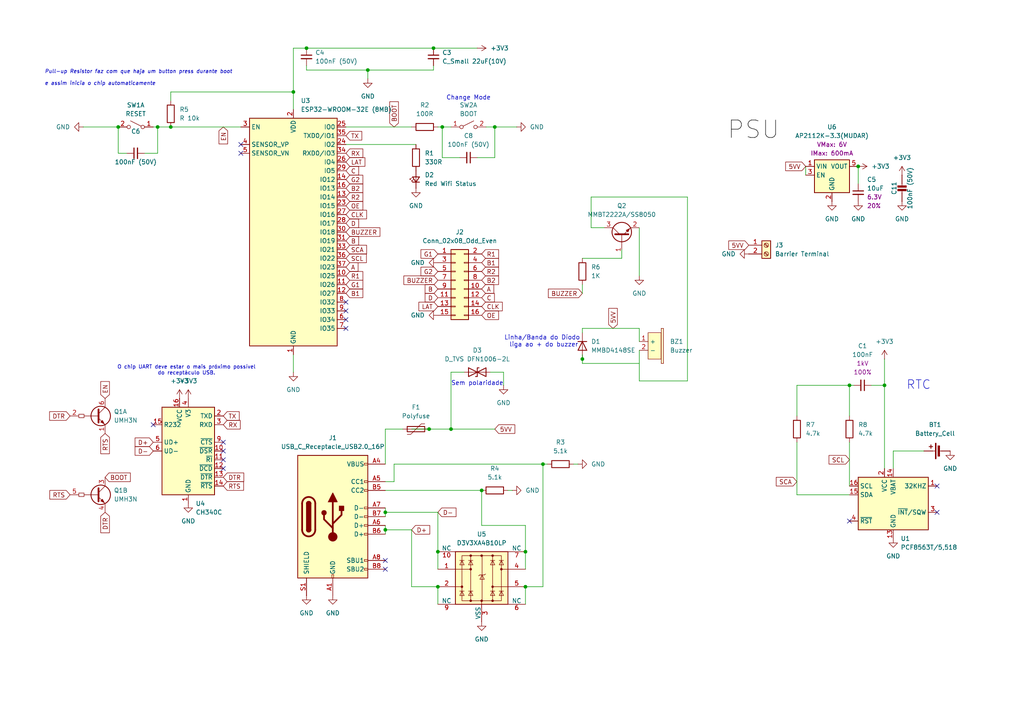
<source format=kicad_sch>
(kicad_sch (version 20250114) (generator "eeschema") (generator_version "9.0")
  (paper "A4")
  (lib_symbols
    (symbol "Adafruit MatrixPortal S3-eagle-import:CAP_CERAMIC0603_NO"
      (property "Reference" "C" (at -2.29 1.25 90))
      (symbol "CAP_CERAMIC0603_NO_1_0"
        (pin passive line (at 0 5.08 270) (length 2.54) (name "1") (number "1"))
        (pin passive line (at 0 -2.54 90) (length 2.54) (name "2") (number "2"))
      )
    )
    (symbol "Connector:USB_C_Receptacle_USB2.0_16P" (pin_names (offset 1.016))
      (property "Reference" "J" (at 0 22.225 0))
      (property "Value" "USB_C_Receptacle_USB2.0_16P" (at 0 19.685 0))
      (symbol "USB_C_Receptacle_USB2.0_16P_1_1"
        (pin passive line (at -7.62 -22.86 90) (length 5.08) (name "SHIELD") (number "S1"))
        (pin passive line (at 0 -22.86 90) (length 5.08) (name "GND") (number "A1"))
        (pin passive line (at 0 -22.86 90) (length 5.08) (hide yes) (name "GND") (number "A12"))
        (pin passive line (at 0 -22.86 90) (length 5.08) (hide yes) (name "GND") (number "B1"))
        (pin passive line (at 0 -22.86 90) (length 5.08) (hide yes) (name "GND") (number "B12"))
        (pin passive line (at 15.24 15.24 180) (length 5.08) (name "VBUS") (number "A4"))
        (pin passive line (at 15.24 15.24 180) (length 5.08) (hide yes) (name "VBUS") (number "A9"))
        (pin passive line (at 15.24 15.24 180) (length 5.08) (hide yes) (name "VBUS") (number "B4"))
        (pin passive line (at 15.24 15.24 180) (length 5.08) (hide yes) (name "VBUS") (number "B9"))
        (pin bidirectional line (at 15.24 10.16 180) (length 5.08) (name "CC1") (number "A5"))
        (pin bidirectional line (at 15.24 7.62 180) (length 5.08) (name "CC2") (number "B5"))
        (pin bidirectional line (at 15.24 2.54 180) (length 5.08) (name "D-") (number "A7"))
        (pin bidirectional line (at 15.24 0 180) (length 5.08) (name "D-") (number "B7"))
        (pin bidirectional line (at 15.24 -2.54 180) (length 5.08) (name "D+") (number "A6"))
        (pin bidirectional line (at 15.24 -5.08 180) (length 5.08) (name "D+") (number "B6"))
        (pin bidirectional line (at 15.24 -12.7 180) (length 5.08) (name "SBU1") (number "A8"))
        (pin bidirectional line (at 15.24 -15.24 180) (length 5.08) (name "SBU2") (number "B8"))
      )
    )
    (symbol "Connector_Generic:Conn_02x08_Odd_Even" (pin_names (offset 1.016) (hide yes))
      (property "Reference" "J" (at 1.27 10.16 0))
      (property "Value" "Conn_02x08_Odd_Even" (at 1.27 -12.7 0))
      (symbol "Conn_02x08_Odd_Even_1_1"
        (pin passive line (at -5.08 7.62 0) (length 3.81) (name "Pin_1") (number "1"))
        (pin passive line (at -5.08 5.08 0) (length 3.81) (name "Pin_3") (number "3"))
        (pin passive line (at -5.08 2.54 0) (length 3.81) (name "Pin_5") (number "5"))
        (pin passive line (at -5.08 0 0) (length 3.81) (name "Pin_7") (number "7"))
        (pin passive line (at -5.08 -2.54 0) (length 3.81) (name "Pin_9") (number "9"))
        (pin passive line (at -5.08 -5.08 0) (length 3.81) (name "Pin_11") (number "11"))
        (pin passive line (at -5.08 -7.62 0) (length 3.81) (name "Pin_13") (number "13"))
        (pin passive line (at -5.08 -10.16 0) (length 3.81) (name "Pin_15") (number "15"))
        (pin passive line (at 7.62 7.62 180) (length 3.81) (name "Pin_2") (number "2"))
        (pin passive line (at 7.62 5.08 180) (length 3.81) (name "Pin_4") (number "4"))
        (pin passive line (at 7.62 2.54 180) (length 3.81) (name "Pin_6") (number "6"))
        (pin passive line (at 7.62 0 180) (length 3.81) (name "Pin_8") (number "8"))
        (pin passive line (at 7.62 -2.54 180) (length 3.81) (name "Pin_10") (number "10"))
        (pin passive line (at 7.62 -5.08 180) (length 3.81) (name "Pin_12") (number "12"))
        (pin passive line (at 7.62 -7.62 180) (length 3.81) (name "Pin_14") (number "14"))
        (pin passive line (at 7.62 -10.16 180) (length 3.81) (name "Pin_16") (number "16"))
      )
    )
    (symbol "Device:Battery_Cell" (pin_numbers (hide yes)) (pin_names (offset 0) (hide yes))
      (property "Reference" "BT" (at 2.54 2.54 0))
      (property "Value" "Battery_Cell" (at 2.54 0 0))
      (symbol "Battery_Cell_1_1"
        (pin passive line (at 0 5.08 270) (length 2.54) (name "+") (number "1"))
        (pin passive line (at 0 -2.54 90) (length 2.54) (name "-") (number "2"))
      )
    )
    (symbol "Device:C_Small" (pin_numbers (hide yes)) (pin_names (offset 0.254) (hide yes))
      (property "Reference" "C" (at 0.254 1.778 0))
      (property "Value" "C_Small" (at 0.254 -2.032 0))
      (symbol "C_Small_1_1"
        (pin passive line (at 0 2.54 270) (length 2.032) (name "~") (number "1"))
        (pin passive line (at 0 -2.54 90) (length 2.032) (name "~") (number "2"))
      )
    )
    (symbol "Device:D_TVS" (pin_numbers (hide yes)) (pin_names (offset 1.016) (hide yes))
      (property "Reference" "D" (at 0 2.54 0))
      (property "Value" "D_TVS" (at 0 -2.54 0))
      (symbol "D_TVS_1_1"
        (pin passive line (at -3.81 0 0) (length 2.54) (name "A1") (number "1"))
        (pin passive line (at 3.81 0 180) (length 2.54) (name "A2") (number "2"))
      )
    )
    (symbol "Device:Polyfuse" (pin_numbers (hide yes)) (pin_names (offset 0))
      (property "Reference" "F" (at -2.54 0 90))
      (property "Value" "Polyfuse" (at 2.54 0 90))
      (symbol "Polyfuse_1_1"
        (pin passive line (at 0 3.81 270) (length 1.27) (name "~") (number "1"))
        (pin passive line (at 0 -3.81 90) (length 1.27) (name "~") (number "2"))
      )
    )
    (symbol "Device:R" (pin_numbers (hide yes)) (pin_names (offset 0))
      (property "Reference" "R" (at 2.032 0 90))
      (property "Value" "R" (at 0 0 90))
      (symbol "R_1_1"
        (pin passive line (at 0 3.81 270) (length 1.27) (name "~") (number "1"))
        (pin passive line (at 0 -3.81 90) (length 1.27) (name "~") (number "2"))
      )
    )
    (symbol "Diode:1N4148" (pin_numbers (hide yes)) (pin_names (hide yes))
      (property "Reference" "D" (at 0 2.54 0))
      (property "Value" "1N4148" (at 0 -2.54 0))
      (symbol "1N4148_1_1"
        (pin passive line (at -3.81 0 0) (length 2.54) (name "K") (number "1"))
        (pin passive line (at 3.81 0 180) (length 2.54) (name "A") (number "2"))
      )
    )
    (symbol "Interface_USB:CH340C"
      (property "Reference" "U" (at -5.08 13.97 0))
      (property "Value" "CH340C" (at 1.27 13.97 0))
      (symbol "CH340C_1_1"
        (pin input line (at -10.16 7.62 0) (length 2.54) (name "R232") (number "15"))
        (pin bidirectional line (at -10.16 2.54 0) (length 2.54) (name "UD+") (number "5"))
        (pin bidirectional line (at -10.16 0 0) (length 2.54) (name "UD-") (number "6"))
        (pin no_connect line (at -7.62 -5.08 0) (length 2.54) (hide yes) (name "NC") (number "7"))
        (pin no_connect line (at -7.62 -7.62 0) (length 2.54) (hide yes) (name "NC") (number "8"))
        (pin power_in line (at -2.54 15.24 270) (length 2.54) (name "VCC") (number "16"))
        (pin power_out line (at 0 15.24 270) (length 2.54) (name "V3") (number "4"))
        (pin power_in line (at 0 -15.24 90) (length 2.54) (name "GND") (number "1"))
        (pin output line (at 10.16 10.16 180) (length 2.54) (name "TXD") (number "2"))
        (pin input line (at 10.16 7.62 180) (length 2.54) (name "RXD") (number "3"))
        (pin input line (at 10.16 2.54 180) (length 2.54) (name "~{CTS}") (number "9"))
        (pin input line (at 10.16 0 180) (length 2.54) (name "~{DSR}") (number "10"))
        (pin input line (at 10.16 -2.54 180) (length 2.54) (name "~{RI}") (number "11"))
        (pin input line (at 10.16 -5.08 180) (length 2.54) (name "~{DCD}") (number "12"))
        (pin output line (at 10.16 -7.62 180) (length 2.54) (name "~{DTR}") (number "13"))
        (pin output line (at 10.16 -10.16 180) (length 2.54) (name "~{RTS}") (number "14"))
      )
    )
    (symbol "PCM_SparkFun-Capacitor:10uF_0402_6.3V_20%" (pin_numbers (hide yes)) (pin_names (offset 0.254))
      (property "Reference" "C" (at 0.635 2.54 0))
      (property "Value" "10uF" (at 0.635 -2.54 0))
      (property "Voltage" "6.3V" (at 0 -6.35 0))
      (property "Tolerance" "20%" (at 0 -8.89 0))
      (symbol "10uF_0402_6.3V_20%_1_1"
        (pin passive line (at 0 2.54 270) (length 2.032) (name "~") (number "1"))
        (pin passive line (at 0 -2.54 90) (length 2.032) (name "~") (number "2"))
      )
    )
    (symbol "PCM_SparkFun-Capacitor:C" (pin_numbers (hide yes)) (pin_names (offset 0.254))
      (property "Reference" "C" (at 0.635 2.54 0))
      (property "Value" "C" (at 0.635 -2.54 0))
      (property "Voltage" "1kV" (at 0 -6.35 0))
      (property "Tolerance" "100%" (at 0 -8.89 0))
      (symbol "C_1_1"
        (pin passive line (at 0 2.54 270) (length 2.032) (name "~") (number "1"))
        (pin passive line (at 0 -2.54 90) (length 2.032) (name "~") (number "2"))
      )
    )
    (symbol "PCM_SparkFun-Connector:Barrier_Terminal_9.5mm-2" (pin_names (offset 1.016) (hide yes))
      (property "Reference" "J" (at 0 3.81 0))
      (property "Value" "Barrier Terminal" (at 0 -3.81 0))
      (symbol "Barrier_Terminal_9.5mm-2_1_1"
        (pin passive line (at -5.08 1.27 0) (length 3.81) (name "Pin_1") (number "1"))
        (pin passive line (at -5.08 -1.27 0) (length 3.81) (name "Pin_2") (number "2"))
      )
    )
    (symbol "PCM_SparkFun-DiscreteSemi:Q_NPN_1A_40V" (pin_names (offset 0) (hide yes))
      (property "Reference" "Q" (at 5.08 1.27 0))
      (property "Value" "MMBT2222A" (at 5.08 -1.27 0))
      (symbol "Q_NPN_1A_40V_1_1"
        (pin input line (at -3.81 0 0) (length 0) (name "B") (number "1"))
        (pin passive line (at 2.54 5.08 270) (length 2.54) (name "C") (number "3"))
        (pin passive line (at 2.54 -5.08 90) (length 2.54) (name "E") (number "2"))
      )
    )
    (symbol "PCM_SparkFun-Electromechanical:Buzzer_9mm_SMD"
      (property "Reference" "BZ" (at 0 5.08 0))
      (property "Value" "Buzzer" (at 1.27 -6.35 0))
      (symbol "Buzzer_9mm_SMD_1_1"
        (pin input line (at -3.81 1.27 0) (length 2.54) (name "+") (number "1"))
        (pin input line (at -3.81 -1.27 0) (length 2.54) (name "-") (number "2"))
      )
    )
    (symbol "PCM_SparkFun-LED:LED_Red_0402" (pin_numbers (hide yes)) (pin_names (offset 1.016) (hide yes))
      (property "Reference" "D" (at 0 2.54 0))
      (property "Value" "Red" (at 0 -2.54 0))
      (symbol "LED_Red_0402_1_1"
        (pin passive line (at -2.54 0 0) (length 1.778) (name "K") (number "1"))
        (pin passive line (at 2.54 0 180) (length 1.778) (name "A") (number "2"))
      )
    )
    (symbol "PCM_SparkFun-Regulator:AP2112K-3.3"
      (property "Reference" "U3" (at 0 13.97 0))
      (property "Value" "AP2112K-3.3" (at 0 11.43 0))
      (property "VMax" "6V" (at 0 8.89 0) (show_name))
      (property "IMax" "600mA" (at 0 6.35 0) (show_name))
      (symbol "AP2112K-3.3_1_1"
        (pin power_in line (at -7.62 2.54 0) (length 2.54) (name "VIN") (number "1"))
        (pin input line (at -7.62 0 0) (length 2.54) (name "EN") (number "3"))
        (pin power_in line (at 0 -7.62 90) (length 2.54) (name "GND") (number "2"))
        (pin no_connect line (at 5.08 0 180) (length 2.54) (hide yes) (name "NC") (number "4"))
        (pin power_out line (at 7.62 2.54 180) (length 2.54) (name "VOUT") (number "5"))
      )
    )
    (symbol "Power_Protection:D3V3XA4B10LP" (pin_names (offset 0))
      (property "Reference" "U" (at -0.635 8.89 0))
      (property "Value" "D3V3XA4B10LP" (at 8.89 -10.16 0))
      (symbol "D3V3XA4B10LP_1_1"
        (pin free line (at -12.7 7.62 0) (length 5.08) (name "NC") (number "10"))
        (pin passive line (at -12.7 2.54 0) (length 5.08) (name "~") (number "1"))
        (pin passive line (at -12.7 -2.54 0) (length 5.08) (name "~") (number "2"))
        (pin free line (at -12.7 -7.62 0) (length 5.08) (name "NC") (number "9"))
        (pin power_in line (at 0 -12.7 90) (length 5.08) (name "VSS") (number "3"))
        (pin passive line (at 0 -12.7 90) (length 5.08) (hide yes) (name "VSS") (number "8"))
        (pin free line (at 12.7 7.62 180) (length 5.08) (name "NC") (number "7"))
        (pin passive line (at 12.7 2.54 180) (length 5.08) (name "~") (number "4"))
        (pin passive line (at 12.7 -2.54 180) (length 5.08) (name "~") (number "5"))
        (pin free line (at 12.7 -7.62 180) (length 5.08) (name "NC") (number "6"))
      )
    )
    (symbol "RF_Module:ESP32-WROOM-32E"
      (property "Reference" "U" (at -12.7 34.29 0))
      (property "Value" "ESP32-WROOM-32E" (at 1.27 34.29 0))
      (symbol "ESP32-WROOM-32E_1_1"
        (pin input line (at -15.24 30.48 0) (length 2.54) (name "EN") (number "3"))
        (pin input line (at -15.24 25.4 0) (length 2.54) (name "SENSOR_VP") (number "4"))
        (pin input line (at -15.24 22.86 0) (length 2.54) (name "SENSOR_VN") (number "5"))
        (pin no_connect line (at -12.7 0 0) (length 2.54) (hide yes) (name "NC") (number "21"))
        (pin no_connect line (at -12.7 -2.54 0) (length 2.54) (hide yes) (name "NC") (number "22"))
        (pin no_connect line (at -12.7 -5.08 0) (length 2.54) (hide yes) (name "NC") (number "17"))
        (pin no_connect line (at -12.7 -7.62 0) (length 2.54) (hide yes) (name "NC") (number "18"))
        (pin no_connect line (at -12.7 -10.16 0) (length 2.54) (hide yes) (name "NC") (number "20"))
        (pin no_connect line (at -12.7 -12.7 0) (length 2.54) (hide yes) (name "NC") (number "19"))
        (pin no_connect line (at -12.7 -27.94 0) (length 2.54) (hide yes) (name "NC") (number "32"))
        (pin power_in line (at 0 35.56 270) (length 2.54) (name "VDD") (number "2"))
        (pin power_in line (at 0 -35.56 90) (length 2.54) (name "GND") (number "1"))
        (pin passive line (at 0 -35.56 90) (length 2.54) (hide yes) (name "GND") (number "15"))
        (pin passive line (at 0 -35.56 90) (length 2.54) (hide yes) (name "GND") (number "38"))
        (pin passive line (at 0 -35.56 90) (length 2.54) (hide yes) (name "GND") (number "39"))
        (pin bidirectional line (at 15.24 30.48 180) (length 2.54) (name "IO0") (number "25"))
        (pin bidirectional line (at 15.24 27.94 180) (length 2.54) (name "TXD0/IO1") (number "35"))
        (pin bidirectional line (at 15.24 25.4 180) (length 2.54) (name "IO2") (number "24"))
        (pin bidirectional line (at 15.24 22.86 180) (length 2.54) (name "RXD0/IO3") (number "34"))
        (pin bidirectional line (at 15.24 20.32 180) (length 2.54) (name "IO4") (number "26"))
        (pin bidirectional line (at 15.24 17.78 180) (length 2.54) (name "IO5") (number "29"))
        (pin bidirectional line (at 15.24 15.24 180) (length 2.54) (name "IO12") (number "14"))
        (pin bidirectional line (at 15.24 12.7 180) (length 2.54) (name "IO13") (number "16"))
        (pin bidirectional line (at 15.24 10.16 180) (length 2.54) (name "IO14") (number "13"))
        (pin bidirectional line (at 15.24 7.62 180) (length 2.54) (name "IO15") (number "23"))
        (pin bidirectional line (at 15.24 5.08 180) (length 2.54) (name "IO16") (number "27"))
        (pin bidirectional line (at 15.24 2.54 180) (length 2.54) (name "IO17") (number "28"))
        (pin bidirectional line (at 15.24 0 180) (length 2.54) (name "IO18") (number "30"))
        (pin bidirectional line (at 15.24 -2.54 180) (length 2.54) (name "IO19") (number "31"))
        (pin bidirectional line (at 15.24 -5.08 180) (length 2.54) (name "IO21") (number "33"))
        (pin bidirectional line (at 15.24 -7.62 180) (length 2.54) (name "IO22") (number "36"))
        (pin bidirectional line (at 15.24 -10.16 180) (length 2.54) (name "IO23") (number "37"))
        (pin bidirectional line (at 15.24 -12.7 180) (length 2.54) (name "IO25") (number "10"))
        (pin bidirectional line (at 15.24 -15.24 180) (length 2.54) (name "IO26") (number "11"))
        (pin bidirectional line (at 15.24 -17.78 180) (length 2.54) (name "IO27") (number "12"))
        (pin bidirectional line (at 15.24 -20.32 180) (length 2.54) (name "IO32") (number "8"))
        (pin bidirectional line (at 15.24 -22.86 180) (length 2.54) (name "IO33") (number "9"))
        (pin input line (at 15.24 -25.4 180) (length 2.54) (name "IO34") (number "6"))
        (pin input line (at 15.24 -27.94 180) (length 2.54) (name "IO35") (number "7"))
      )
    )
    (symbol "Switch:SW_DPST_x2" (pin_names (offset 0) (hide yes))
      (property "Reference" "SW" (at 0 3.175 0))
      (property "Value" "SW_DPST_x2" (at 0 -2.54 0))
      (symbol "SW_DPST_x2_1_1"
        (pin passive line (at -5.08 0 0) (length 2.54) (name "A") (number "1"))
        (pin passive line (at 5.08 0 180) (length 2.54) (name "B") (number "2"))
      )
      (symbol "SW_DPST_x2_2_1"
        (pin passive line (at -5.08 0 0) (length 2.54) (name "A") (number "3"))
        (pin passive line (at 5.08 0 180) (length 2.54) (name "B") (number "4"))
      )
    )
    (symbol "Timer_RTC:DS3231M"
      (property "Reference" "U" (at -7.62 8.89 0))
      (property "Value" "DS3231M" (at 10.16 8.89 0))
      (symbol "DS3231M_1_1"
        (pin input line (at -12.7 5.08 0) (length 2.54) (name "SCL") (number "16"))
        (pin bidirectional line (at -12.7 2.54 0) (length 2.54) (name "SDA") (number "15"))
        (pin bidirectional line (at -12.7 -5.08 0) (length 2.54) (name "~{RST}") (number "4"))
        (pin power_in line (at -2.54 10.16 270) (length 2.54) (name "VCC") (number "2"))
        (pin power_in line (at 0 10.16 270) (length 2.54) (name "VBAT") (number "14"))
        (pin passive line (at 0 -10.16 90) (length 2.54) (hide yes) (name "GND") (number "10"))
        (pin passive line (at 0 -10.16 90) (length 2.54) (hide yes) (name "GND") (number "11"))
        (pin passive line (at 0 -10.16 90) (length 2.54) (hide yes) (name "GND") (number "12"))
        (pin power_in line (at 0 -10.16 90) (length 2.54) (name "GND") (number "13"))
        (pin passive line (at 0 -10.16 90) (length 2.54) (hide yes) (name "GND") (number "5"))
        (pin passive line (at 0 -10.16 90) (length 2.54) (hide yes) (name "GND") (number "6"))
        (pin passive line (at 0 -10.16 90) (length 2.54) (hide yes) (name "GND") (number "7"))
        (pin passive line (at 0 -10.16 90) (length 2.54) (hide yes) (name "GND") (number "8"))
        (pin passive line (at 0 -10.16 90) (length 2.54) (hide yes) (name "GND") (number "9"))
        (pin open_collector line (at 12.7 5.08 180) (length 2.54) (name "32KHZ") (number "1"))
        (pin open_collector line (at 12.7 -2.54 180) (length 2.54) (name "~{INT}/SQW") (number "3"))
      )
    )
    (symbol "Transistor_BJT:UMH3N" (pin_names (hide yes))
      (property "Reference" "Q" (at 7.62 1.27 0))
      (property "Value" "UMH3N" (at 7.62 -1.27 0))
      (symbol "UMH3N_1_1"
        (pin input line (at -8.89 0 0) (length 2.54) (name "B1") (number "2"))
        (pin passive line (at 1.27 5.08 270) (length 2.54) (name "C1") (number "6"))
        (pin passive line (at 1.27 -5.08 90) (length 2.54) (name "E1") (number "1"))
      )
      (symbol "UMH3N_2_1"
        (pin input line (at -8.89 0 0) (length 2.54) (name "B2") (number "5"))
        (pin passive line (at 1.27 5.08 270) (length 2.54) (name "C2") (number "3"))
        (pin passive line (at 1.27 -5.08 90) (length 2.54) (name "E2") (number "4"))
      )
    )
    (symbol "power:+3V3" (power) (pin_numbers (hide yes)) (pin_names (offset 0) (hide yes))
      (property "Value" "+3V3" (at 0 3.556 0))
      (symbol "+3V3_1_1"
        (pin power_in line (at 0 0 90) (length 0) (name "~") (number "1"))
      )
    )
    (symbol "power:GND" (power) (pin_numbers (hide yes)) (pin_names (offset 0) (hide yes))
      (property "Value" "GND" (at 0 -3.81 0))
      (symbol "GND_1_1"
        (pin power_in line (at 0 0 270) (length 0) (name "~") (number "1"))
      )
    )
  )
  (text "Sem polaridade" (at 138.43 111.252 0) (effects (font (size 1.27 1.27))))
  (text "RTC" (at 266.446 111.76 0) (effects (font (size 2.54 2.54))))
  (text "Linha/Banda do Díodo \nliga ao + do buzzer" (at 157.734 99.06 0) (effects (font (size 1.27 1.27))))
  (text "Change Mode" (at 135.89 28.448 0) (effects (font (size 1.27 1.27))))
  (text "Pull-up Resistor faz com que haja um button press durante boot \n\ne assim inicia o chip automaticamente" (at 12.954 22.606 0) (effects (font (size 1.0668 1.0668) (italic yes)) (justify left)))
  (text "O chip UART deve estar o mais próximo possível\ndo receptáculo USB." (at 54.102 107.442 0) (effects (font (size 1.0668 1.0668))))
  (junction (at 127 160.02))
  (junction (at 130.81 124.46))
  (junction (at 45.72 36.83))
  (junction (at 125.73 13.97))
  (junction (at 124.46 124.46))
  (junction (at 157.48 134.62))
  (junction (at 168.91 104.14))
  (junction (at 111.76 153.67))
  (junction (at 143.51 36.83))
  (junction (at 246.38 111.76))
  (junction (at 139.7 142.24))
  (junction (at 256.54 111.76))
  (junction (at 85.09 26.67))
  (junction (at 248.92 48.26))
  (junction (at 34.29 36.83))
  (junction (at 152.4 160.02))
  (junction (at 128.27 36.83))
  (junction (at 152.4 170.18))
  (junction (at 106.68 20.32))
  (junction (at 111.76 148.59))
  (junction (at 49.53 36.83))
  (junction (at 88.9 13.97))
  (junction (at 127 170.18))
  (no_connect (at 69.85 41.91))
  (no_connect (at 246.38 151.13))
  (no_connect (at 271.78 140.97))
  (no_connect (at 111.76 165.1))
  (no_connect (at 271.78 148.59))
  (no_connect (at 64.77 128.27))
  (no_connect (at 44.45 123.19))
  (no_connect (at 100.33 87.63))
  (no_connect (at 69.85 44.45))
  (no_connect (at 100.33 92.71))
  (no_connect (at 64.77 130.81))
  (no_connect (at 111.76 162.56))
  (no_connect (at 100.33 90.17))
  (no_connect (at 64.77 135.89))
  (no_connect (at 100.33 95.25))
  (no_connect (at 64.77 133.35))
  (wire (pts (xy 146.05 107.95) (xy 146.05 111.76)))
  (wire (pts (xy 85.09 13.97) (xy 85.09 26.67)))
  (wire (pts (xy 259.08 130.81) (xy 259.08 135.89)))
  (wire (pts (xy 114.3 139.7) (xy 111.76 139.7)))
  (wire (pts (xy 49.53 29.21) (xy 49.53 26.67)))
  (wire (pts (xy 100.33 36.83) (xy 119.38 36.83)))
  (wire (pts (xy 167.64 134.62) (xy 166.37 134.62)))
  (wire (pts (xy 111.76 148.59) (xy 111.76 149.86)))
  (wire (pts (xy 168.91 104.14) (xy 168.91 105.41)))
  (wire (pts (xy 88.9 13.97) (xy 125.73 13.97)))
  (wire (pts (xy 138.43 45.72) (xy 143.51 45.72)))
  (wire (pts (xy 24.13 36.83) (xy 34.29 36.83)))
  (wire (pts (xy 124.46 124.46) (xy 130.81 124.46)))
  (wire (pts (xy 45.72 44.45) (xy 41.91 44.45)))
  (wire (pts (xy 106.68 20.32) (xy 125.73 20.32)))
  (wire (pts (xy 246.38 120.65) (xy 246.38 111.76)))
  (wire (pts (xy 180.34 74.93) (xy 180.34 72.39)))
  (wire (pts (xy 199.39 110.49) (xy 185.42 110.49)))
  (wire (pts (xy 168.91 95.25) (xy 168.91 96.52)))
  (wire (pts (xy 100.33 41.91) (xy 120.65 41.91)))
  (wire (pts (xy 125.73 13.97) (xy 138.43 13.97)))
  (wire (pts (xy 185.42 101.6) (xy 185.42 110.49)))
  (wire (pts (xy 171.45 57.15) (xy 171.45 66.04)))
  (wire (pts (xy 168.91 105.41) (xy 185.42 105.41)))
  (wire (pts (xy 127 170.18) (xy 127 175.26)))
  (wire (pts (xy 152.4 170.18) (xy 152.4 175.26)))
  (wire (pts (xy 127 36.83) (xy 128.27 36.83)))
  (wire (pts (xy 231.14 143.51) (xy 231.14 128.27)))
  (wire (pts (xy 34.29 44.45) (xy 34.29 36.83)))
  (wire (pts (xy 45.72 36.83) (xy 44.45 36.83)))
  (wire (pts (xy 130.81 124.46) (xy 143.51 124.46)))
  (wire (pts (xy 231.14 111.76) (xy 246.38 111.76)))
  (wire (pts (xy 168.91 102.87) (xy 168.91 104.14)))
  (wire (pts (xy 267.97 130.81) (xy 259.08 130.81)))
  (wire (pts (xy 119.38 153.67) (xy 119.38 170.18)))
  (wire (pts (xy 256.54 104.14) (xy 256.54 111.76)))
  (wire (pts (xy 111.76 152.4) (xy 111.76 153.67)))
  (wire (pts (xy 130.81 107.95) (xy 134.62 107.95)))
  (wire (pts (xy 114.3 134.62) (xy 157.48 134.62)))
  (wire (pts (xy 157.48 134.62) (xy 157.48 170.18)))
  (wire (pts (xy 111.76 124.46) (xy 116.84 124.46)))
  (wire (pts (xy 111.76 142.24) (xy 139.7 142.24)))
  (wire (pts (xy 152.4 160.02) (xy 152.4 165.1)))
  (wire (pts (xy 168.91 95.25) (xy 185.42 95.25)))
  (wire (pts (xy 139.7 152.4) (xy 152.4 152.4)))
  (wire (pts (xy 133.35 45.72) (xy 128.27 45.72)))
  (wire (pts (xy 127 160.02) (xy 127 165.1)))
  (wire (pts (xy 125.73 20.32) (xy 125.73 19.05)))
  (wire (pts (xy 142.24 107.95) (xy 146.05 107.95)))
  (wire (pts (xy 246.38 128.27) (xy 246.38 140.97)))
  (wire (pts (xy 49.53 36.83) (xy 45.72 36.83)))
  (wire (pts (xy 45.72 36.83) (xy 45.72 44.45)))
  (wire (pts (xy 171.45 66.04) (xy 175.26 66.04)))
  (wire (pts (xy 111.76 153.67) (xy 111.76 154.94)))
  (wire (pts (xy 148.59 142.24) (xy 147.32 142.24)))
  (wire (pts (xy 231.14 120.65) (xy 231.14 111.76)))
  (wire (pts (xy 111.76 148.59) (xy 127 148.59)))
  (wire (pts (xy 130.81 124.46) (xy 130.81 107.95)))
  (wire (pts (xy 157.48 134.62) (xy 158.75 134.62)))
  (wire (pts (xy 88.9 20.32) (xy 106.68 20.32)))
  (wire (pts (xy 114.3 134.62) (xy 114.3 139.7)))
  (wire (pts (xy 88.9 20.32) (xy 88.9 19.05)))
  (wire (pts (xy 119.38 170.18) (xy 127 170.18)))
  (wire (pts (xy 152.4 152.4) (xy 152.4 160.02)))
  (wire (pts (xy 85.09 107.95) (xy 85.09 102.87)))
  (wire (pts (xy 149.86 36.83) (xy 143.51 36.83)))
  (wire (pts (xy 111.76 147.32) (xy 111.76 148.59)))
  (wire (pts (xy 36.83 44.45) (xy 34.29 44.45)))
  (wire (pts (xy 168.91 74.93) (xy 180.34 74.93)))
  (wire (pts (xy 49.53 26.67) (xy 85.09 26.67)))
  (wire (pts (xy 248.92 48.26) (xy 248.92 53.34)))
  (wire (pts (xy 85.09 26.67) (xy 85.09 31.75)))
  (wire (pts (xy 233.68 48.26) (xy 233.68 50.8)))
  (wire (pts (xy 111.76 153.67) (xy 119.38 153.67)))
  (wire (pts (xy 143.51 36.83) (xy 140.97 36.83)))
  (wire (pts (xy 246.38 111.76) (xy 247.65 111.76)))
  (wire (pts (xy 143.51 36.83) (xy 143.51 45.72)))
  (wire (pts (xy 185.42 80.01) (xy 185.42 66.04)))
  (wire (pts (xy 246.38 143.51) (xy 231.14 143.51)))
  (wire (pts (xy 199.39 57.15) (xy 171.45 57.15)))
  (wire (pts (xy 256.54 111.76) (xy 256.54 135.89)))
  (wire (pts (xy 128.27 36.83) (xy 130.81 36.83)))
  (wire (pts (xy 139.7 142.24) (xy 139.7 152.4)))
  (wire (pts (xy 152.4 170.18) (xy 157.48 170.18)))
  (wire (pts (xy 111.76 124.46) (xy 111.76 134.62)))
  (wire (pts (xy 106.68 22.86) (xy 106.68 20.32)))
  (wire (pts (xy 168.91 85.09) (xy 168.91 82.55)))
  (wire (pts (xy 124.46 124.46) (xy 119.38 124.46)))
  (wire (pts (xy 128.27 36.83) (xy 128.27 45.72)))
  (wire (pts (xy 85.09 13.97) (xy 88.9 13.97)))
  (wire (pts (xy 252.73 111.76) (xy 256.54 111.76)))
  (wire (pts (xy 199.39 57.15) (xy 199.39 110.49)))
  (wire (pts (xy 127 148.59) (xy 127 160.02)))
  (wire (pts (xy 49.53 36.83) (xy 69.85 36.83)))
  (wire (pts (xy 185.42 95.25) (xy 185.42 99.06)))
  (label "PSU" (at 210.82 41.91 0) (effects (font (size 5.08 5.08))))
  (global_label "5VV" (shape input) (at 143.51 124.46 0) (property "Intersheetrefs" "${INTERSHEET_REFS}" (effects (hide yes))))
  (global_label "DTR" (shape input) (at 20.32 120.65 180) (property "Intersheetrefs" "${INTERSHEET_REFS}" (effects (hide yes))))
  (global_label "D-" (shape input) (at 44.45 130.81 180) (property "Intersheetrefs" "${INTERSHEET_REFS}" (effects (hide yes))))
  (global_label "SCA" (shape input) (at 231.14 139.7 180) (property "Intersheetrefs" "${INTERSHEET_REFS}" (effects (hide yes))))
  (global_label "EN" (shape input) (at 64.77 36.83 270) (property "Intersheetrefs" "${INTERSHEET_REFS}" (effects (hide yes))))
  (global_label "BUZZER" (shape input) (at 100.33 67.31 0) (property "Intersheetrefs" "${INTERSHEET_REFS}" (effects (hide yes))))
  (global_label "5VV" (shape input) (at 217.17 71.12 180) (property "Intersheetrefs" "${INTERSHEET_REFS}" (effects (hide yes))))
  (global_label "D+" (shape input) (at 119.38 153.67 0) (property "Intersheetrefs" "${INTERSHEET_REFS}" (effects (hide yes))))
  (global_label "BOOT" (shape input) (at 30.48 138.43 0) (property "Intersheetrefs" "${INTERSHEET_REFS}" (effects (hide yes))))
  (global_label "G1" (shape input) (at 100.33 82.55 0) (property "Intersheetrefs" "${INTERSHEET_REFS}" (effects (hide yes))))
  (global_label "D+" (shape input) (at 44.45 128.27 180) (property "Intersheetrefs" "${INTERSHEET_REFS}" (effects (hide yes))))
  (global_label "D" (shape input) (at 100.33 64.77 0) (property "Intersheetrefs" "${INTERSHEET_REFS}" (effects (hide yes))))
  (global_label "R2" (shape input) (at 139.7 78.74 0) (property "Intersheetrefs" "${INTERSHEET_REFS}" (effects (hide yes))))
  (global_label "TX" (shape input) (at 64.77 120.65 0) (property "Intersheetrefs" "${INTERSHEET_REFS}" (effects (hide yes))))
  (global_label "BUZZER" (shape input) (at 127 81.28 180) (property "Intersheetrefs" "${INTERSHEET_REFS}" (effects (hide yes))))
  (global_label "DTR" (shape input) (at 30.48 148.59 270) (property "Intersheetrefs" "${INTERSHEET_REFS}" (effects (hide yes))))
  (global_label "R1" (shape input) (at 100.33 80.01 0) (property "Intersheetrefs" "${INTERSHEET_REFS}" (effects (hide yes))))
  (global_label "B1" (shape input) (at 100.33 85.09 0) (property "Intersheetrefs" "${INTERSHEET_REFS}" (effects (hide yes))))
  (global_label "R1" (shape input) (at 139.7 73.66 0) (property "Intersheetrefs" "${INTERSHEET_REFS}" (effects (hide yes))))
  (global_label "5VV" (shape input) (at 177.8 95.25 90) (property "Intersheetrefs" "${INTERSHEET_REFS}" (effects (hide yes))))
  (global_label "RTS" (shape input) (at 20.32 143.51 180) (property "Intersheetrefs" "${INTERSHEET_REFS}" (effects (hide yes))))
  (global_label "SCL" (shape input) (at 246.38 133.35 180) (property "Intersheetrefs" "${INTERSHEET_REFS}" (effects (hide yes))))
  (global_label "RTS" (shape input) (at 64.77 140.97 0) (property "Intersheetrefs" "${INTERSHEET_REFS}" (effects (hide yes))))
  (global_label "EN" (shape input) (at 30.48 115.57 90) (property "Intersheetrefs" "${INTERSHEET_REFS}" (effects (hide yes))))
  (global_label "CLK" (shape input) (at 139.7 88.9 0) (property "Intersheetrefs" "${INTERSHEET_REFS}" (effects (hide yes))))
  (global_label "RX" (shape input) (at 64.77 123.19 0) (property "Intersheetrefs" "${INTERSHEET_REFS}" (effects (hide yes))))
  (global_label "B2" (shape input) (at 100.33 54.61 0) (property "Intersheetrefs" "${INTERSHEET_REFS}" (effects (hide yes))))
  (global_label "D" (shape input) (at 127 86.36 180) (property "Intersheetrefs" "${INTERSHEET_REFS}" (effects (hide yes))))
  (global_label "A" (shape input) (at 139.7 83.82 0) (property "Intersheetrefs" "${INTERSHEET_REFS}" (effects (hide yes))))
  (global_label "C" (shape input) (at 139.7 86.36 0) (property "Intersheetrefs" "${INTERSHEET_REFS}" (effects (hide yes))))
  (global_label "TX" (shape input) (at 100.33 39.37 0) (property "Intersheetrefs" "${INTERSHEET_REFS}" (effects (hide yes))))
  (global_label "RTS" (shape input) (at 30.48 125.73 270) (property "Intersheetrefs" "${INTERSHEET_REFS}" (effects (hide yes))))
  (global_label "R2" (shape input) (at 100.33 57.15 0) (property "Intersheetrefs" "${INTERSHEET_REFS}" (effects (hide yes))))
  (global_label "G2" (shape input) (at 100.33 52.07 0) (property "Intersheetrefs" "${INTERSHEET_REFS}" (effects (hide yes))))
  (global_label "BUZZER" (shape input) (at 168.91 85.09 180) (property "Intersheetrefs" "${INTERSHEET_REFS}" (effects (hide yes))))
  (global_label "5VV" (shape input) (at 233.68 48.26 180) (property "Intersheetrefs" "${INTERSHEET_REFS}" (effects (hide yes))))
  (global_label "LAT" (shape input) (at 100.33 46.99 0) (property "Intersheetrefs" "${INTERSHEET_REFS}" (effects (hide yes))))
  (global_label "CLK" (shape input) (at 100.33 62.23 0) (property "Intersheetrefs" "${INTERSHEET_REFS}" (effects (hide yes))))
  (global_label "SCL" (shape input) (at 100.33 74.93 0) (property "Intersheetrefs" "${INTERSHEET_REFS}" (effects (hide yes))))
  (global_label "BOOT" (shape input) (at 114.3 36.83 90) (property "Intersheetrefs" "${INTERSHEET_REFS}" (effects (hide yes))))
  (global_label "G2" (shape input) (at 127 78.74 180) (property "Intersheetrefs" "${INTERSHEET_REFS}" (effects (hide yes))))
  (global_label "RX" (shape input) (at 100.33 44.45 0) (property "Intersheetrefs" "${INTERSHEET_REFS}" (effects (hide yes))))
  (global_label "D-" (shape input) (at 127 148.59 0) (property "Intersheetrefs" "${INTERSHEET_REFS}" (effects (hide yes))))
  (global_label "C" (shape input) (at 100.33 49.53 0) (property "Intersheetrefs" "${INTERSHEET_REFS}" (effects (hide yes))))
  (global_label "OE" (shape input) (at 139.7 91.44 0) (property "Intersheetrefs" "${INTERSHEET_REFS}" (effects (hide yes))))
  (global_label "A" (shape input) (at 100.33 77.47 0) (property "Intersheetrefs" "${INTERSHEET_REFS}" (effects (hide yes))))
  (global_label "B1" (shape input) (at 139.7 76.2 0) (property "Intersheetrefs" "${INTERSHEET_REFS}" (effects (hide yes))))
  (global_label "SCA" (shape input) (at 100.33 72.39 0) (property "Intersheetrefs" "${INTERSHEET_REFS}" (effects (hide yes))))
  (global_label "G1" (shape input) (at 127 73.66 180) (property "Intersheetrefs" "${INTERSHEET_REFS}" (effects (hide yes))))
  (global_label "DTR" (shape input) (at 64.77 138.43 0) (property "Intersheetrefs" "${INTERSHEET_REFS}" (effects (hide yes))))
  (global_label "OE" (shape input) (at 100.33 59.69 0) (property "Intersheetrefs" "${INTERSHEET_REFS}" (effects (hide yes))))
  (global_label "B" (shape input) (at 100.33 69.85 0) (property "Intersheetrefs" "${INTERSHEET_REFS}" (effects (hide yes))))
  (global_label "B2" (shape input) (at 139.7 81.28 0) (property "Intersheetrefs" "${INTERSHEET_REFS}" (effects (hide yes))))
  (global_label "LAT" (shape input) (at 127 88.9 180) (property "Intersheetrefs" "${INTERSHEET_REFS}" (effects (hide yes))))
  (global_label "B" (shape input) (at 127 83.82 180) (property "Intersheetrefs" "${INTERSHEET_REFS}" (effects (hide yes))))
  (symbol (lib_id "power:+3V3") (at 261.62 50.8 0) (unit 1) (in_bom no) (on_board no)
    (property "Reference" "#PWR030" (effects (hide yes)))
    (property "Value" "+3V3" (at 261.62 45.72 0))
    (property "Description" "Power symbol creates a global label with name \"+3V3\"" (effects (hide yes)))
  )
  (symbol (lib_id "Connector_Generic:Conn_02x08_Odd_Even") (at 132.08 81.28 0) (unit 1)
    (property "Reference" "J2" (at 133.35 67.31 0))
    (property "Value" "Conn_02x08_Odd_Even" (at 133.35 69.85 0))
    (property "Footprint" "Connector_PinHeader_2.54mm:PinHeader_2x08_P2.54mm_Vertical" (effects (hide yes)))
    (property "Description" "Generic connector, double row, 02x08, odd/even pin numbering scheme (row 1 odd numbers, row 2 even numbers), script generated (kicad-library-utils/schlib/autogen/connector/)" (effects (hide yes)))
    (property "LCSC" "C68234" (effects (hide yes)))
    (property "BASIC" "NA" (effects (hide yes)))
  )
  (symbol (lib_id "power:GND") (at 248.92 58.42 0) (unit 1)
    (property "Reference" "#PWR034" (effects (hide yes)))
    (property "Value" "GND" (at 248.92 63.5 0))
    (property "Description" "Power symbol creates a global label with name \"GND\" , ground" (effects (hide yes)))
  )
  (symbol (lib_id "Transistor_BJT:UMH3N") (at 29.21 143.51 0) (unit 2)
    (property "Reference" "Q1" (at 33.02 142.2399 0) (effects (justify left)))
    (property "Value" "UMH3N" (at 33.02 144.7799 0) (effects (justify left)))
    (property "Footprint" "Package_TO_SOT_SMD:SOT-363_SC-70-6" (effects (hide yes)))
    (property "Datasheet" "http://rohmfs.rohm.com/en/products/databook/datasheet/discrete/transistor/digital/emh3t2r-e.pdf" (effects (hide yes)))
    (property "Description" "0.1A Ic, 50V Vce, Dual NPN Input Resistor Transistors, SOT-363" (effects (hide yes)))
    (property "LCSC" "C62892" (effects (hide yes)))
    (property "BASIC" "NA" (effects (hide yes)))
  )
  (symbol (lib_id "power:GND") (at 148.59 142.24 90) (unit 1)
    (property "Reference" "#PWR018" (effects (hide yes)))
    (property "Value" "GND" (at 152.4 142.2399 90) (effects (justify right)))
    (property "Description" "Power symbol creates a global label with name \"GND\" , ground" (effects (hide yes)))
  )
  (symbol (lib_id "Power_Protection:D3V3XA4B10LP") (at 139.7 167.64 0) (unit 1)
    (property "Reference" "U5" (at 139.7 154.94 0))
    (property "Value" "D3V3XA4B10LP" (at 139.7 157.48 0))
    (property "Footprint" "Package_DFN_QFN:Diodes_UDFN-10_1.0x2.5mm_P0.5mm" (effects (hide yes)))
    (property "Datasheet" "https://www.diodes.com/assets/Datasheets/D3V3XA4B10LP.pdf" (effects (hide yes)))
    (property "Description" "4-Channel Low Capacitance TVS Diode Array, DFN-10" (effects (hide yes)))
    (property "LCSC" "C1980462" (effects (hide yes)))
    (property "BASIC" "NA" (effects (hide yes)))
  )
  (symbol (lib_id "power:GND") (at 167.64 134.62 90) (unit 1)
    (property "Reference" "#PWR017" (effects (hide yes)))
    (property "Value" "GND" (at 171.45 134.6199 90) (effects (justify right)))
    (property "Description" "Power symbol creates a global label with name \"GND\" , ground" (effects (hide yes)))
  )
  (symbol (lib_id "power:+3V3") (at 52.07 115.57 0) (unit 1)
    (property "Reference" "#PWR01" (effects (hide yes)))
    (property "Value" "+3V3" (at 52.07 110.49 0))
    (property "Description" "Power symbol creates a global label with name \"+3V3\"" (effects (hide yes)))
  )
  (symbol (lib_id "Device:D_TVS") (at 138.43 107.95 0) (unit 1)
    (property "Reference" "D3" (at 138.43 101.6 0))
    (property "Value" "D_TVS DFN1006-2L" (at 138.43 104.14 0))
    (property "Footprint" "Diode_SMD:D_SOD-123" (effects (hide yes)))
    (property "Description" "Bidirectional transient-voltage-suppression diode" (effects (hide yes)))
    (property "LCSC" "C20615788" (effects (hide yes)))
    (property "BASIC" "x" (effects (hide yes)))
  )
  (symbol (lib_id "PCM_SparkFun-Capacitor:10uF_0402_6.3V_20%") (at 248.92 55.88 0) (unit 1)
    (property "Reference" "C5" (at 251.46 52.0762 0) (effects (justify left)))
    (property "Value" "10uF" (at 251.46 54.6162 0) (effects (justify left)))
    (property "Footprint" "Capacitor_SMD:C_0603_1608Metric" (effects (hide yes)))
    (property "Datasheet" "https://cdn.sparkfun.com/assets/8/a/4/a/5/Kemet_Capacitor_Datasheet.pdf" (effects (hide yes)))
    (property "Description" "Unpolarized capacitor" (effects (hide yes)))
    (property "PROD_ID" "CAP-14848" (effects (hide yes)))
    (property "Voltage" "6.3V" (at 251.46 57.1562 0) (effects (justify left)))
    (property "Tolerance" "20%" (at 251.46 59.6962 0) (effects (justify left)))
    (property "LCSC" "C19702" (effects (hide yes)))
    (property "BASIC" "x" (effects (hide yes)))
  )
  (symbol (lib_id "PCM_SparkFun-Capacitor:C") (at 250.19 111.76 270) (unit 1)
    (property "Reference" "C1" (at 250.1836 100.33 90))
    (property "Value" "100nF" (at 250.1836 102.87 90))
    (property "Footprint" "Capacitor_SMD:C_0402_1005Metric" (effects (hide yes)))
    (property "Datasheet" "https://cdn.sparkfun.com/assets/8/a/4/a/5/Kemet_Capacitor_Datasheet.pdf" (effects (hide yes)))
    (property "Description" "Unpolarized capacitor" (effects (hide yes)))
    (property "PROD_ID" "CAP-00000" (effects (hide yes)))
    (property "Voltage" "1kV" (at 250.1836 105.41 90))
    (property "Tolerance" "100%" (at 250.1836 107.95 90))
    (property "LCSC" "C307331" (effects (hide yes)))
    (property "BASIC" "x" (effects (hide yes)))
  )
  (symbol (lib_id "power:GND") (at 88.9 172.72 0) (unit 1)
    (property "Reference" "#PWR020" (effects (hide yes)))
    (property "Value" "GND" (at 88.9 177.8 0))
    (property "Description" "Power symbol creates a global label with name \"GND\" , ground" (effects (hide yes)))
  )
  (symbol (lib_id "power:GND") (at 127 76.2 270) (unit 1)
    (property "Reference" "#PWR05" (effects (hide yes)))
    (property "Value" "GND" (at 123.19 76.1999 90) (effects (justify right)))
    (property "Description" "Power symbol creates a global label with name \"GND\" , ground" (effects (hide yes)))
  )
  (symbol (lib_id "Device:R") (at 231.14 124.46 0) (unit 1)
    (property "Reference" "R7" (at 233.68 123.1899 0) (effects (justify left)))
    (property "Value" "4.7k" (at 233.68 125.7299 0) (effects (justify left)))
    (property "Footprint" "Resistor_SMD:R_0402_1005Metric" (effects (hide yes)))
    (property "Description" "Resistor" (effects (hide yes)))
    (property "LCSC" "C25900" (effects (hide yes)))
    (property "BASIC" "x" (effects (hide yes)))
  )
  (symbol (lib_id "Timer_RTC:DS3231M") (at 259.08 146.05 0) (unit 1)
    (property "Reference" "U1" (at 261.2233 156.21 0) (effects (justify left)))
    (property "Value" "PCF8563T/5,518" (at 261.2233 158.75 0) (effects (justify left)))
    (property "Footprint" "Package_SO:SOIC-16W_7.5x10.3mm_P1.27mm" (effects (hide yes)))
    (property "Datasheet" "http://datasheets.maximintegrated.com/en/ds/DS3231.pdf" (effects (hide yes)))
    (property "Description" "Extremely Accurate I2C-Integrated RTC/TCXO/Crystal SOIC-16" (effects (hide yes)))
    (property "LCSC" "C7440" (effects (hide yes)))
    (property "BASIC" "x" (effects (hide yes)))
  )
  (symbol (lib_id "Device:R") (at 123.19 36.83 90) (unit 1)
    (property "Reference" "R2" (at 123.19 30.48 90))
    (property "Value" "100R" (at 123.19 33.02 90))
    (property "Footprint" "Resistor_SMD:R_0402_1005Metric" (effects (hide yes)))
    (property "Description" "Resistor" (effects (hide yes)))
    (property "LCSC" "C25076" (effects (hide yes)))
    (property "BASIC" "x" (effects (hide yes)))
  )
  (symbol (lib_id "power:GND") (at 85.09 107.95 0) (unit 1)
    (property "Reference" "#PWR026" (effects (hide yes)))
    (property "Value" "GND" (at 85.09 113.03 0))
    (property "Description" "Power symbol creates a global label with name \"GND\" , ground" (effects (hide yes)))
  )
  (symbol (lib_id "Device:Polyfuse") (at 120.65 124.46 90) (unit 1)
    (property "Reference" "F1" (at 120.65 118.11 90))
    (property "Value" "Polyfuse" (at 120.65 120.65 90))
    (property "Footprint" "Fuse:Fuse_1206_3216Metric" (effects (hide yes)))
    (property "Description" "Resettable fuse, polymeric positive temperature coefficient" (effects (hide yes)))
    (property "LCSC" "C106264" (effects (hide yes)))
    (property "BASIC" "NA" (effects (hide yes)))
  )
  (symbol (lib_id "power:GND") (at 261.62 58.42 0) (unit 1) (in_bom no) (on_board no)
    (property "Reference" "#PWR029" (effects (hide yes)))
    (property "Value" "GND" (at 261.62 63.5 0))
    (property "Description" "Power symbol creates a global label with name \"GND\" , ground" (effects (hide yes)))
  )
  (symbol (lib_id "Device:R") (at 143.51 142.24 90) (unit 1)
    (property "Reference" "R4" (at 143.51 135.89 90))
    (property "Value" "5.1k" (at 143.51 138.43 90))
    (property "Footprint" "Resistor_SMD:R_0402_1005Metric" (effects (hide yes)))
    (property "Description" "Resistor" (effects (hide yes)))
    (property "LCSC" "C25905" (effects (hide yes)))
    (property "BASIC" "x" (effects (hide yes)))
  )
  (symbol (lib_id "Diode:1N4148") (at 168.91 100.33 270) (unit 1)
    (property "Reference" "D1" (at 171.45 99.0599 90) (effects (justify left)))
    (property "Value" "MMBD4148SE" (at 171.45 101.5999 90) (effects (justify left)))
    (property "Footprint" "Diode_THT:D_DO-35_SOD27_P7.62mm_Horizontal" (effects (hide yes)))
    (property "Datasheet" "https://assets.nexperia.com/documents/data-sheet/1N4148_1N4448.pdf" (effects (hide yes)))
    (property "Description" "100V 0.15A standard switching diode, DO-35" (effects (hide yes)))
    (property "Sim.Device" "D" (effects (hide yes)))
    (property "Sim.Pins" "1=K 2=A" (effects (hide yes)))
    (property "LCSC" "C17179590" (effects (hide yes)))
    (property "BASIC" "x" (effects (hide yes)))
  )
  (symbol (lib_id "Device:R") (at 162.56 134.62 90) (unit 1)
    (property "Reference" "R3" (at 162.56 128.27 90))
    (property "Value" "5.1k" (at 162.56 130.81 90))
    (property "Footprint" "Resistor_SMD:R_0402_1005Metric" (effects (hide yes)))
    (property "Description" "Resistor" (effects (hide yes)))
    (property "LCSC" "C25905" (effects (hide yes)))
    (property "BASIC" "x" (effects (hide yes)))
  )
  (symbol (lib_id "PCM_SparkFun-LED:LED_Red_0402") (at 120.65 52.07 90) (unit 1)
    (property "Reference" "D2" (at 123.19 50.7364 90) (effects (justify right)))
    (property "Value" "Red Wifi Status" (at 123.19 53.2764 90) (effects (justify right)))
    (property "Footprint" "LED_SMD:LED_0603_1608Metric" (effects (hide yes)))
    (property "Datasheet" "https://www.sunledusa.com/products/spec/XZMDK68W-2.pdf" (effects (hide yes)))
    (property "Description" "Light emitting diode" (effects (hide yes)))
    (property "PROD_ID" "DIO-16757" (effects (hide yes)))
    (property "LCSC" "C2286" (effects (hide yes)))
    (property "BASIC" "x" (effects (hide yes)))
  )
  (symbol (lib_id "Device:Battery_Cell") (at 273.05 130.81 90) (unit 1)
    (property "Reference" "BT1" (at 271.2085 123.19 90))
    (property "Value" "Battery_Cell" (at 271.2085 125.73 90))
    (property "Footprint" "Battery:BatteryHolder_Keystone_3034_1x20mm" (effects (hide yes)))
    (property "Description" "Single-cell battery" (effects (hide yes)))
    (property "LCSC" "C70377" (effects (hide yes)))
    (property "BASIC" "NA" (effects (hide yes)))
  )
  (symbol (lib_id "Transistor_BJT:UMH3N") (at 29.21 120.65 0) (unit 1)
    (property "Reference" "Q1" (at 33.02 119.3799 0) (effects (justify left)))
    (property "Value" "UMH3N" (at 33.02 121.9199 0) (effects (justify left)))
    (property "Footprint" "Package_TO_SOT_SMD:SOT-363_SC-70-6" (effects (hide yes)))
    (property "Datasheet" "http://rohmfs.rohm.com/en/products/databook/datasheet/discrete/transistor/digital/emh3t2r-e.pdf" (effects (hide yes)))
    (property "Description" "0.1A Ic, 50V Vce, Dual NPN Input Resistor Transistors, SOT-363" (effects (hide yes)))
    (property "LCSC" "C62892" (effects (hide yes)))
    (property "BASIC" "NA" (effects (hide yes)))
  )
  (symbol (lib_id "Adafruit MatrixPortal S3-eagle-import:CAP_CERAMIC0603_NO") (at 261.62 53.34 0) (mirror x) (unit 1) (in_bom no) (on_board no)
    (property "Reference" "C11" (at 259.33 54.59 90))
    (property "Value" "100nF (50V)" (at 263.92 54.59 90))
    (property "Footprint" "Capacitor_SMD:C_0402_1005Metric" (effects (hide yes)))
    (property "LCSC" "C307331" (effects (hide yes)))
    (property "BASIC" "x" (effects (hide yes)))
  )
  (symbol (lib_id "power:GND") (at 120.65 54.61 0) (unit 1)
    (property "Reference" "#PWR016" (effects (hide yes)))
    (property "Value" "GND" (at 120.65 59.69 0))
    (property "Description" "Power symbol creates a global label with name \"GND\" , ground" (effects (hide yes)))
  )
  (symbol (lib_id "Connector:USB_C_Receptacle_USB2.0_16P") (at 96.52 149.86 0) (unit 1)
    (property "Reference" "J1" (at 96.52 127 0))
    (property "Value" "USB_C_Receptacle_USB2.0_16P" (at 96.52 129.54 0))
    (property "Footprint" "Connector_USB:USB_C_Receptacle_GCT_USB4105-xx-A_16P_TopMnt_Horizontal" (effects (hide yes)))
    (property "Datasheet" "https://www.usb.org/sites/default/files/documents/usb_type-c.zip" (effects (hide yes)))
    (property "Description" "USB 2.0-only 16P Type-C Receptacle connector" (effects (hide yes)))
    (property "LCSC" "C3020560" (effects (hide yes)))
    (property "BASIC" "NA" (effects (hide yes)))
  )
  (symbol (lib_id "power:GND") (at 275.59 130.81 0) (unit 1)
    (property "Reference" "#PWR022" (effects (hide yes)))
    (property "Value" "GND" (at 275.59 135.89 0))
    (property "Description" "Power symbol creates a global label with name \"GND\" , ground" (effects (hide yes)))
  )
  (symbol (lib_id "power:+3V3") (at 138.43 13.97 270) (unit 1)
    (property "Reference" "#PWR025" (effects (hide yes)))
    (property "Value" "+3V3" (at 142.24 13.9699 90) (effects (justify left)))
    (property "Description" "Power symbol creates a global label with name \"+3V3\"" (effects (hide yes)))
  )
  (symbol (lib_id "power:+3V3") (at 54.61 115.57 0) (unit 1)
    (property "Reference" "#PWR02" (effects (hide yes)))
    (property "Value" "+3V3" (at 54.61 110.49 0))
    (property "Description" "Power symbol creates a global label with name \"+3V3\"" (effects (hide yes)))
  )
  (symbol (lib_id "power:GND") (at 185.42 80.01 0) (unit 1)
    (property "Reference" "#PWR07" (effects (hide yes)))
    (property "Value" "GND" (at 185.42 85.09 0))
    (property "Description" "Power symbol creates a global label with name \"GND\" , ground" (effects (hide yes)))
  )
  (symbol (lib_id "power:+3V3") (at 248.92 48.26 270) (unit 1)
    (property "Reference" "#PWR033" (effects (hide yes)))
    (property "Value" "+3V3" (at 252.73 48.2599 90) (effects (justify left)))
    (property "Description" "Power symbol creates a global label with name \"+3V3\"" (effects (hide yes)))
  )
  (symbol (lib_id "power:GND") (at 259.08 156.21 0) (unit 1)
    (property "Reference" "#PWR024" (effects (hide yes)))
    (property "Value" "GND" (at 259.08 161.29 0))
    (property "Description" "Power symbol creates a global label with name \"GND\" , ground" (effects (hide yes)))
  )
  (symbol (lib_id "power:GND") (at 106.68 22.86 0) (unit 1)
    (property "Reference" "#PWR010" (effects (hide yes)))
    (property "Value" "GND" (at 106.68 27.94 0))
    (property "Description" "Power symbol creates a global label with name \"GND\" , ground" (effects (hide yes)))
  )
  (symbol (lib_id "PCM_SparkFun-Regulator:AP2112K-3.3") (at 241.3 50.8 0) (unit 1)
    (property "Reference" "U6" (at 241.3 36.83 0))
    (property "Value" "AP2112K-3.3(MUDAR)" (at 241.3 39.37 0))
    (property "Footprint" "PCM_SparkFun-Semiconductor-Standard:SOT23-5" (effects (hide yes)))
    (property "Datasheet" "https://www.diodes.com/assets/Datasheets/AP2112.pdf" (effects (hide yes)))
    (property "Description" "600mA low dropout linear regulator, with enable pin, 3.8V-6V input voltage range, 3.3V fixed positive output, SOT-23-5" (effects (hide yes)))
    (property "PROD_ID" "VREG-12457" (effects (hide yes)))
    (property "VMax" "6V" (at 241.3 41.91 0) (show_name yes))
    (property "IMax" "600mA" (at 241.3 44.45 0) (show_name yes))
    (property "Iq" "55µA" (effects (hide yes)))
    (property "LCSC" "C82942" (effects (hide yes)))
    (property "BASIC" "TODO" (effects (hide yes)))
  )
  (symbol (lib_id "power:GND") (at 54.61 146.05 0) (unit 1)
    (property "Reference" "#PWR023" (effects (hide yes)))
    (property "Value" "GND" (at 54.61 151.13 0))
    (property "Description" "Power symbol creates a global label with name \"GND\" , ground" (effects (hide yes)))
  )
  (symbol (lib_id "PCM_SparkFun-Electromechanical:Buzzer_9mm_SMD") (at 189.23 100.33 0) (unit 1)
    (property "Reference" "BZ1" (at 194.31 99.0599 0) (effects (justify left)))
    (property "Value" "Buzzer" (at 194.31 101.5999 0) (effects (justify left)))
    (property "Footprint" "Buzzer_Beeper:Buzzer_14x9.5RM7.6" (effects (hide yes)))
    (property "Datasheet" "https://cdn.sparkfun.com/datasheets/Components/General/CCV-084B16-CUI-datasheet-29139.pdf" (effects (hide yes)))
    (property "Description" "9mm SMD Audio Buzzer" (effects (hide yes)))
    (property "PROD_ID" "COMP-08568" (effects (hide yes)))
    (property "LCSC" "C252948" (effects (hide yes)))
    (property "BASIC" "NA" (effects (hide yes)))
  )
  (symbol (lib_id "power:+3V3") (at 256.54 104.14 0) (unit 1)
    (property "Reference" "#PWR027" (effects (hide yes)))
    (property "Value" "+3V3" (at 256.54 99.06 0))
    (property "Description" "Power symbol creates a global label with name \"+3V3\"" (effects (hide yes)))
  )
  (symbol (lib_id "Device:R") (at 120.65 45.72 180) (unit 1)
    (property "Reference" "R1" (at 123.19 44.4499 0) (effects (justify right)))
    (property "Value" "330R" (at 123.19 46.9899 0) (effects (justify right)))
    (property "Footprint" "Resistor_SMD:R_0402_1005Metric" (effects (hide yes)))
    (property "Description" "Resistor" (effects (hide yes)))
    (property "LCSC" "C25104" (effects (hide yes)))
    (property "BASIC" "x" (effects (hide yes)))
  )
  (symbol (lib_id "Device:R") (at 168.91 78.74 0) (unit 1)
    (property "Reference" "R6" (at 171.45 77.4699 0) (effects (justify left)))
    (property "Value" "1K" (at 171.45 80.0099 0) (effects (justify left)))
    (property "Footprint" "Resistor_SMD:R_1206_3216Metric" (effects (hide yes)))
    (property "Description" "Resistor" (effects (hide yes)))
    (property "LCSC" "C4410" (effects (hide yes)))
    (property "BASIC" "x" (effects (hide yes)))
  )
  (symbol (lib_id "Device:R") (at 49.53 33.02 0) (unit 1)
    (property "Reference" "R5" (at 52.07 31.7499 0) (effects (justify left)))
    (property "Value" "R 10k" (at 52.07 34.2899 0) (effects (justify left)))
    (property "Footprint" "Resistor_SMD:R_0402_1005Metric" (effects (hide yes)))
    (property "Description" "Resistor" (effects (hide yes)))
    (property "LCSC" "C25744" (effects (hide yes)))
    (property "BASIC" "x" (effects (hide yes)))
  )
  (symbol (lib_id "RF_Module:ESP32-WROOM-32E") (at 85.09 67.31 0) (unit 1)
    (property "Reference" "U3" (at 87.2333 29.21 0) (effects (justify left)))
    (property "Value" "ESP32-WROOM-32E (8MB)" (at 87.2333 31.75 0) (effects (justify left)))
    (property "Footprint" "PCM_Espressif:ESP32-WROOM-32E" (effects (hide yes)))
    (property "Datasheet" "https://www.espressif.com/sites/default/files/documentation/esp32-wroom-32e_esp32-wroom-32ue_datasheet_en.pdf" (effects (hide yes)))
    (property "Description" "RF Module, ESP32-D0WD-V3 SoC, without PSRAM, Wi-Fi 802.11b/g/n, Bluetooth, BLE, 32-bit, 2.7-3.6V, onboard antenna, SMD" (effects (hide yes)))
    (property "LCSC" "C701342" (effects (hide yes)))
    (property "BASIC" "NA" (effects (hide yes)))
  )
  (symbol (lib_id "power:GND") (at 96.52 172.72 0) (unit 1)
    (property "Reference" "#PWR019" (effects (hide yes)))
    (property "Value" "GND" (at 96.52 177.8 0))
    (property "Description" "Power symbol creates a global label with name \"GND\" , ground" (effects (hide yes)))
  )
  (symbol (lib_id "power:GND") (at 127 91.44 270) (unit 1)
    (property "Reference" "#PWR03" (effects (hide yes)))
    (property "Value" "GND" (at 123.19 91.4399 90) (effects (justify right)))
    (property "Description" "Power symbol creates a global label with name \"GND\" , ground" (effects (hide yes)))
  )
  (symbol (lib_id "power:GND") (at 139.7 180.34 0) (unit 1)
    (property "Reference" "#PWR011" (effects (hide yes)))
    (property "Value" "GND" (at 139.7 185.42 0))
    (property "Description" "Power symbol creates a global label with name \"GND\" , ground" (effects (hide yes)))
  )
  (symbol (lib_id "Device:C_Small") (at 39.37 44.45 90) (mirror x) (unit 1)
    (property "Reference" "C6" (at 39.3763 38.1 90))
    (property "Value" "100nF (50V)" (at 39.37 46.99 90))
    (property "Footprint" "Capacitor_SMD:C_0402_1005Metric" (effects (hide yes)))
    (property "Description" "Unpolarized capacitor, small symbol" (effects (hide yes)))
    (property "LCSC" "C307331" (effects (hide yes)))
    (property "BASIC" "x" (effects (hide yes)))
  )
  (symbol (lib_id "power:GND") (at 146.05 111.76 0) (unit 1)
    (property "Reference" "#PWR04" (effects (hide yes)))
    (property "Value" "GND" (at 146.05 116.84 0))
    (property "Description" "Power symbol creates a global label with name \"GND\" , ground" (effects (hide yes)))
  )
  (symbol (lib_id "Device:C_Small") (at 135.89 45.72 270) (unit 1)
    (property "Reference" "C8" (at 135.8836 39.37 90))
    (property "Value" "100nF (50V)" (at 135.8836 41.91 90))
    (property "Footprint" "Capacitor_SMD:C_0402_1005Metric" (effects (hide yes)))
    (property "Description" "Unpolarized capacitor, small symbol" (effects (hide yes)))
    (property "LCSC" "C307331" (effects (hide yes)))
    (property "BASIC" "x" (effects (hide yes)))
  )
  (symbol (lib_id "Device:C_Small") (at 125.73 16.51 0) (unit 1)
    (property "Reference" "C3" (at 128.27 15.2462 0) (effects (justify left)))
    (property "Value" "C_Small 22uF(10V)" (at 128.27 17.7862 0) (effects (justify left)))
    (property "Footprint" "Capacitor_SMD:C_1206_3216Metric" (effects (hide yes)))
    (property "Description" "Unpolarized capacitor, small symbol" (effects (hide yes)))
    (property "LCSC" "C12891" (effects (hide yes)))
    (property "BASIC" "x" (effects (hide yes)))
  )
  (symbol (lib_id "PCM_SparkFun-Connector:Barrier_Terminal_9.5mm-2") (at 222.25 72.39 0) (unit 1)
    (property "Reference" "J3" (at 224.79 71.1199 0) (effects (justify left)))
    (property "Value" "Barrier Terminal" (at 224.79 73.6599 0) (effects (justify left)))
    (property "Footprint" "TerminalBlock_Phoenix:TerminalBlock_Phoenix_MKDS-3-2-5.08_1x02_P5.08mm_Horizontal" (effects (hide yes)))
    (property "Datasheet" "https://mm.digikey.com/Volume0/opasdata/d220001/medias/docus/2582/YK-441%20Series.pdf" (effects (hide yes)))
    (property "Description" "Barrier Block 2 position 9.5mm" (effects (hide yes)))
    (property "LCSC" "C474881" (effects (hide yes)))
    (property "BASIC" "NA" (effects (hide yes)))
  )
  (symbol (lib_id "Device:R") (at 246.38 124.46 0) (unit 1)
    (property "Reference" "R8" (at 248.92 123.1899 0) (effects (justify left)))
    (property "Value" "4.7k" (at 248.92 125.7299 0) (effects (justify left)))
    (property "Footprint" "Resistor_SMD:R_0402_1005Metric" (effects (hide yes)))
    (property "Description" "Resistor" (effects (hide yes)))
    (property "LCSC" "C25900" (effects (hide yes)))
    (property "BASIC" "x" (effects (hide yes)))
  )
  (symbol (lib_id "Switch:SW_DPST_x2") (at 135.89 36.83 0) (unit 1)
    (property "Reference" "SW2" (at 135.89 30.48 0))
    (property "Value" "BOOT" (at 135.89 33.02 0))
    (property "Footprint" "Button_Switch_SMD:SW_SPST_TS-1088-xR025" (effects (hide yes)))
    (property "Description" "Single Pole Single Throw (SPST) switch, separate symbol" (effects (hide yes)))
    (property "LCSC" "C720477" (effects (hide yes)))
    (property "BASIC" "x" (effects (hide yes)))
  )
  (symbol (lib_id "power:GND") (at 24.13 36.83 270) (mirror x) (unit 1)
    (property "Reference" "#PWR014" (effects (hide yes)))
    (property "Value" "GND" (at 20.32 36.8299 90) (effects (justify right)))
    (property "Description" "Power symbol creates a global label with name \"GND\" , ground" (effects (hide yes)))
  )
  (symbol (lib_id "power:GND") (at 149.86 36.83 90) (unit 1)
    (property "Reference" "#PWR015" (effects (hide yes)))
    (property "Value" "GND" (at 153.67 36.8299 90) (effects (justify right)))
    (property "Description" "Power symbol creates a global label with name \"GND\" , ground" (effects (hide yes)))
  )
  (symbol (lib_id "Switch:SW_DPST_x2") (at 39.37 36.83 0) (mirror y) (unit 1)
    (property "Reference" "SW1" (at 39.37 30.48 0))
    (property "Value" "RESET" (at 39.37 33.02 0))
    (property "Footprint" "Button_Switch_SMD:SW_SPST_TS-1088-xR025" (effects (hide yes)))
    (property "Description" "Single Pole Single Throw (SPST) switch, separate symbol" (effects (hide yes)))
    (property "LCSC" "C720477" (effects (hide yes)))
    (property "BASIC" "x" (effects (hide yes)))
  )
  (symbol (lib_id "power:GND") (at 241.3 58.42 0) (unit 1)
    (property "Reference" "#PWR013" (effects (hide yes)))
    (property "Value" "GND" (at 241.3 63.5 0))
    (property "Description" "Power symbol creates a global label with name \"GND\" , ground" (effects (hide yes)))
  )
  (symbol (lib_id "Interface_USB:CH340C") (at 54.61 130.81 0) (unit 1)
    (property "Reference" "U4" (at 56.7533 146.05 0) (effects (justify left)))
    (property "Value" "CH340C" (at 56.7533 148.59 0) (effects (justify left)))
    (property "Footprint" "Package_SO:SOIC-16_3.9x9.9mm_P1.27mm" (effects (hide yes)))
    (property "Datasheet" "https://datasheet.lcsc.com/szlcsc/Jiangsu-Qin-Heng-CH340C_C84681.pdf" (effects (hide yes)))
    (property "Description" "USB serial converter, crystal-less, UART, SOIC-16" (effects (hide yes)))
    (property "LCSC" "C84681" (effects (hide yes)))
    (property "BASIC" "NA" (effects (hide yes)))
  )
  (symbol (lib_id "power:GND") (at 217.17 73.66 270) (unit 1)
    (property "Reference" "#PWR06" (effects (hide yes)))
    (property "Value" "GND" (at 213.36 73.6599 90) (effects (justify right)))
    (property "Description" "Power symbol creates a global label with name \"GND\" , ground" (effects (hide yes)))
  )
  (symbol (lib_id "Device:C_Small") (at 88.9 16.51 0) (unit 1)
    (property "Reference" "C4" (at 91.44 15.2462 0) (effects (justify left)))
    (property "Value" "100nF (50V)" (at 91.44 17.7862 0) (effects (justify left)))
    (property "Footprint" "Capacitor_SMD:C_0402_1005Metric" (effects (hide yes)))
    (property "Description" "Unpolarized capacitor, small symbol" (effects (hide yes)))
    (property "LCSC" "C307331" (effects (hide yes)))
    (property "BASIC" "x" (effects (hide yes)))
  )
  (symbol (lib_id "PCM_SparkFun-DiscreteSemi:Q_NPN_1A_40V") (at 180.34 68.58 90) (unit 1)
    (property "Reference" "Q2" (at 180.34 59.69 90))
    (property "Value" "MMBT2222A/SS8050" (at 180.34 62.23 90))
    (property "Footprint" "PCM_SparkFun-Semiconductor-Standard:SOT23-3" (effects (hide yes)))
    (property "Datasheet" "https://www.onsemi.com/pdf/datasheet/mmbt2222lt1-d.pdf" (effects (hide yes)))
    (property "Description" "NPN transistor, base/emitter/collector" (effects (hide yes)))
    (property "PROD_ID" "TRANS-08049" (effects (hide yes)))
    (property "LCSC" "C431710" (effects (hide yes)))
    (property "BASIC" "x" (effects (hide yes)))
  )
)
</source>
